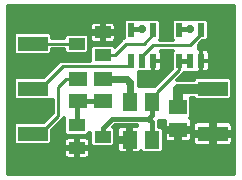
<source format=gtl>
G75*
%MOIN*%
%OFA0B0*%
%FSLAX25Y25*%
%IPPOS*%
%LPD*%
%AMOC8*
5,1,8,0,0,1.08239X$1,22.5*
%
%ADD10R,0.05118X0.05906*%
%ADD11R,0.05906X0.05118*%
%ADD12R,0.10000X0.05000*%
%ADD13R,0.05512X0.03937*%
%ADD14R,0.02165X0.04724*%
%ADD15C,0.01000*%
%ADD16C,0.01600*%
%ADD17C,0.02775*%
%ADD18C,0.03200*%
%ADD19C,0.02400*%
%ADD20C,0.01200*%
D10*
X0043860Y0021290D03*
X0051340Y0021290D03*
X0051340Y0033790D03*
X0043860Y0033790D03*
D11*
X0035100Y0034050D03*
X0026600Y0034050D03*
X0026600Y0041530D03*
X0035100Y0041530D03*
X0060100Y0032030D03*
X0060100Y0024550D03*
D12*
X0071600Y0023290D03*
X0071600Y0038290D03*
X0011600Y0038290D03*
X0011600Y0053290D03*
X0011600Y0023290D03*
D13*
X0026269Y0026030D03*
X0034931Y0022290D03*
X0026269Y0018550D03*
X0034931Y0049550D03*
X0026269Y0053290D03*
X0034931Y0057030D03*
D14*
X0044360Y0057908D03*
X0051840Y0057908D03*
X0060360Y0057908D03*
X0067840Y0057908D03*
X0067840Y0047672D03*
X0064100Y0047672D03*
X0060360Y0047672D03*
X0051840Y0047672D03*
X0048100Y0047672D03*
X0044360Y0047672D03*
D15*
X0044360Y0045790D01*
X0021600Y0045790D01*
X0014100Y0038290D01*
X0011600Y0038290D01*
X0020100Y0038790D02*
X0022840Y0041530D01*
X0026600Y0041530D01*
X0020100Y0038790D02*
X0020100Y0029290D01*
X0014100Y0023290D01*
X0011600Y0023290D01*
X0048100Y0047672D02*
X0048100Y0049290D01*
X0051600Y0052790D01*
X0064100Y0052790D01*
X0067840Y0056530D01*
X0067840Y0057908D01*
X0060360Y0047672D02*
X0060360Y0044550D01*
X0053100Y0037290D01*
X0053100Y0033790D01*
X0051340Y0033790D01*
X0038860Y0049550D02*
X0034931Y0049550D01*
X0038860Y0049550D02*
X0042600Y0053290D01*
X0048600Y0053290D01*
X0051840Y0056530D01*
X0051840Y0057908D01*
X0026269Y0053290D02*
X0011600Y0053290D01*
D16*
X0026269Y0034050D02*
X0026600Y0034050D01*
X0035100Y0034050D01*
X0026269Y0034050D02*
X0026269Y0026030D01*
X0034931Y0025121D02*
X0034931Y0022290D01*
X0034931Y0025121D02*
X0038100Y0028290D01*
X0050100Y0028290D01*
X0051340Y0029530D01*
X0051340Y0033790D01*
X0050100Y0028290D02*
X0051340Y0027050D01*
X0051340Y0021290D01*
X0060360Y0047672D02*
X0064100Y0047672D01*
X0064100Y0058290D02*
X0060360Y0058290D01*
X0060360Y0057908D01*
X0048100Y0058290D02*
X0044360Y0058290D01*
X0044360Y0057908D01*
D17*
X0048100Y0058290D03*
X0051600Y0063290D03*
X0041600Y0063290D03*
X0031600Y0063290D03*
X0021600Y0063290D03*
X0011600Y0063290D03*
X0011600Y0045790D03*
X0011600Y0030790D03*
X0011600Y0013290D03*
X0021600Y0013290D03*
X0031600Y0013290D03*
X0041600Y0013290D03*
X0051600Y0013290D03*
X0061600Y0013290D03*
X0071600Y0013290D03*
X0069100Y0030790D03*
X0074100Y0030790D03*
X0060100Y0038290D03*
X0051600Y0042290D03*
X0056100Y0047790D03*
X0044100Y0040290D03*
X0064100Y0058290D03*
X0061600Y0063290D03*
X0071600Y0063290D03*
X0074100Y0055790D03*
X0074100Y0045790D03*
D18*
X0071600Y0038290D02*
X0060100Y0038290D01*
X0060100Y0032030D01*
D19*
X0044100Y0033790D02*
X0044100Y0040290D01*
X0042860Y0041530D01*
X0035100Y0041530D01*
X0043860Y0033790D02*
X0044100Y0033790D01*
D20*
X0003200Y0009890D02*
X0003200Y0065745D01*
X0078740Y0065745D01*
X0078740Y0009890D01*
X0003200Y0009890D01*
X0003200Y0010687D02*
X0078740Y0010687D01*
X0078740Y0011886D02*
X0003200Y0011886D01*
X0003200Y0013084D02*
X0078740Y0013084D01*
X0078740Y0014283D02*
X0003200Y0014283D01*
X0003200Y0015481D02*
X0022351Y0015481D01*
X0022233Y0015599D02*
X0022531Y0015301D01*
X0022896Y0015091D01*
X0023303Y0014982D01*
X0025885Y0014982D01*
X0025885Y0018166D01*
X0021913Y0018166D01*
X0021913Y0016371D01*
X0022022Y0015964D01*
X0022233Y0015599D01*
X0021913Y0016680D02*
X0003200Y0016680D01*
X0003200Y0017878D02*
X0021913Y0017878D01*
X0021913Y0018934D02*
X0025885Y0018934D01*
X0025885Y0018166D01*
X0026654Y0018166D01*
X0026654Y0018934D01*
X0030625Y0018934D01*
X0030625Y0020729D01*
X0030516Y0021136D01*
X0030305Y0021501D01*
X0030008Y0021799D01*
X0029643Y0022010D01*
X0029236Y0022119D01*
X0026654Y0022119D01*
X0026654Y0018934D01*
X0025885Y0018934D01*
X0025885Y0022119D01*
X0023303Y0022119D01*
X0022896Y0022010D01*
X0022531Y0021799D01*
X0022233Y0021501D01*
X0022022Y0021136D01*
X0021913Y0020729D01*
X0021913Y0018934D01*
X0021913Y0019077D02*
X0003200Y0019077D01*
X0003200Y0020275D02*
X0005213Y0020275D01*
X0005213Y0020216D02*
X0006025Y0019403D01*
X0017175Y0019403D01*
X0017987Y0020216D01*
X0017987Y0024508D01*
X0020882Y0027403D01*
X0021882Y0028403D01*
X0022126Y0028403D01*
X0022126Y0023487D01*
X0022939Y0022675D01*
X0029600Y0022675D01*
X0030328Y0023403D01*
X0030787Y0023403D01*
X0030787Y0019747D01*
X0031600Y0018934D01*
X0038261Y0018934D01*
X0039074Y0019747D01*
X0039074Y0024833D01*
X0038405Y0025502D01*
X0039006Y0026103D01*
X0046213Y0026103D01*
X0046213Y0025843D01*
X0044460Y0025843D01*
X0044460Y0021890D01*
X0043260Y0021890D01*
X0043260Y0020690D01*
X0044460Y0020690D01*
X0044460Y0016738D01*
X0046630Y0016738D01*
X0047036Y0016847D01*
X0047401Y0017057D01*
X0047699Y0017355D01*
X0047737Y0017420D01*
X0048206Y0016950D01*
X0054474Y0016950D01*
X0055287Y0017763D01*
X0055287Y0024818D01*
X0054474Y0025630D01*
X0053528Y0025630D01*
X0053528Y0027403D01*
X0055570Y0027403D01*
X0055547Y0027320D01*
X0055547Y0025150D01*
X0059500Y0025150D01*
X0059500Y0023950D01*
X0060700Y0023950D01*
X0060700Y0020391D01*
X0063263Y0020391D01*
X0063670Y0020500D01*
X0064035Y0020711D01*
X0064333Y0021009D01*
X0064544Y0021373D01*
X0064653Y0021780D01*
X0064653Y0023950D01*
X0060700Y0023950D01*
X0060700Y0025150D01*
X0064653Y0025150D01*
X0064653Y0027320D01*
X0064544Y0027727D01*
X0064333Y0028092D01*
X0064035Y0028389D01*
X0063970Y0028427D01*
X0064440Y0028897D01*
X0064440Y0035164D01*
X0064301Y0035303D01*
X0065213Y0035303D01*
X0065213Y0035216D01*
X0066025Y0034403D01*
X0077175Y0034403D01*
X0077987Y0035216D01*
X0077987Y0041365D01*
X0077175Y0042178D01*
X0066025Y0042178D01*
X0065213Y0041365D01*
X0065213Y0041278D01*
X0059757Y0041278D01*
X0061142Y0042663D01*
X0061882Y0043403D01*
X0066675Y0043403D01*
X0066982Y0043710D01*
X0067840Y0043710D01*
X0067840Y0047672D01*
X0067840Y0047672D01*
X0067840Y0043710D01*
X0069133Y0043710D01*
X0069540Y0043819D01*
X0069905Y0044030D01*
X0070203Y0044328D01*
X0070414Y0044692D01*
X0070523Y0045099D01*
X0070523Y0047672D01*
X0067840Y0047672D01*
X0067840Y0051634D01*
X0066987Y0051634D01*
X0066987Y0053008D01*
X0068138Y0054159D01*
X0069498Y0054159D01*
X0070310Y0054971D01*
X0070310Y0060845D01*
X0069498Y0061658D01*
X0066194Y0061658D01*
X0066175Y0061678D01*
X0062025Y0061678D01*
X0062006Y0061658D01*
X0058702Y0061658D01*
X0057890Y0060845D01*
X0057890Y0054971D01*
X0058184Y0054678D01*
X0054016Y0054678D01*
X0054310Y0054971D01*
X0054310Y0060845D01*
X0053498Y0061658D01*
X0050194Y0061658D01*
X0050175Y0061678D01*
X0046025Y0061678D01*
X0046006Y0061658D01*
X0042702Y0061658D01*
X0041890Y0060845D01*
X0041890Y0055178D01*
X0041818Y0055178D01*
X0038904Y0052263D01*
X0038261Y0052906D01*
X0031600Y0052906D01*
X0030787Y0052093D01*
X0030787Y0047678D01*
X0020818Y0047678D01*
X0015318Y0042178D01*
X0006025Y0042178D01*
X0005213Y0041365D01*
X0005213Y0035216D01*
X0006025Y0034403D01*
X0018213Y0034403D01*
X0018213Y0030072D01*
X0015318Y0027178D01*
X0006025Y0027178D01*
X0005213Y0026365D01*
X0005213Y0020216D01*
X0005213Y0021474D02*
X0003200Y0021474D01*
X0003200Y0022672D02*
X0005213Y0022672D01*
X0005213Y0023871D02*
X0003200Y0023871D01*
X0003200Y0025069D02*
X0005213Y0025069D01*
X0005213Y0026268D02*
X0003200Y0026268D01*
X0003200Y0027466D02*
X0015607Y0027466D01*
X0016806Y0028665D02*
X0003200Y0028665D01*
X0003200Y0029863D02*
X0018004Y0029863D01*
X0018213Y0031062D02*
X0003200Y0031062D01*
X0003200Y0032260D02*
X0018213Y0032260D01*
X0018213Y0033459D02*
X0003200Y0033459D01*
X0003200Y0034658D02*
X0005771Y0034658D01*
X0005213Y0035856D02*
X0003200Y0035856D01*
X0003200Y0037055D02*
X0005213Y0037055D01*
X0005213Y0038253D02*
X0003200Y0038253D01*
X0003200Y0039452D02*
X0005213Y0039452D01*
X0005213Y0040650D02*
X0003200Y0040650D01*
X0003200Y0041849D02*
X0005696Y0041849D01*
X0003200Y0043047D02*
X0016188Y0043047D01*
X0017386Y0044246D02*
X0003200Y0044246D01*
X0003200Y0045444D02*
X0018585Y0045444D01*
X0019783Y0046643D02*
X0003200Y0046643D01*
X0003200Y0047841D02*
X0030787Y0047841D01*
X0030787Y0049040D02*
X0003200Y0049040D01*
X0003200Y0050238D02*
X0005213Y0050238D01*
X0005213Y0050216D02*
X0006025Y0049403D01*
X0017175Y0049403D01*
X0017987Y0050216D01*
X0017987Y0051403D01*
X0022126Y0051403D01*
X0022126Y0050747D01*
X0022939Y0049934D01*
X0029600Y0049934D01*
X0030413Y0050747D01*
X0030413Y0055833D01*
X0029600Y0056646D01*
X0022939Y0056646D01*
X0022126Y0055833D01*
X0022126Y0055178D01*
X0017987Y0055178D01*
X0017987Y0056365D01*
X0017175Y0057178D01*
X0006025Y0057178D01*
X0005213Y0056365D01*
X0005213Y0050216D01*
X0005213Y0051437D02*
X0003200Y0051437D01*
X0003200Y0052635D02*
X0005213Y0052635D01*
X0005213Y0053834D02*
X0003200Y0053834D01*
X0003200Y0055032D02*
X0005213Y0055032D01*
X0005213Y0056231D02*
X0003200Y0056231D01*
X0003200Y0057429D02*
X0030575Y0057429D01*
X0030575Y0057415D02*
X0030575Y0059210D01*
X0030684Y0059616D01*
X0030894Y0059981D01*
X0031192Y0060279D01*
X0031557Y0060490D01*
X0031964Y0060599D01*
X0034546Y0060599D01*
X0034546Y0057415D01*
X0034546Y0056646D01*
X0030575Y0056646D01*
X0030575Y0054851D01*
X0030684Y0054444D01*
X0030894Y0054079D01*
X0031192Y0053782D01*
X0031557Y0053571D01*
X0031964Y0053462D01*
X0034546Y0053462D01*
X0034546Y0056646D01*
X0035315Y0056646D01*
X0035315Y0053462D01*
X0037897Y0053462D01*
X0038304Y0053571D01*
X0038669Y0053782D01*
X0038967Y0054079D01*
X0039178Y0054444D01*
X0039287Y0054851D01*
X0039287Y0056646D01*
X0035315Y0056646D01*
X0035315Y0057415D01*
X0034546Y0057415D01*
X0030575Y0057415D01*
X0030575Y0056231D02*
X0030015Y0056231D01*
X0030413Y0055032D02*
X0030575Y0055032D01*
X0030413Y0053834D02*
X0031140Y0053834D01*
X0031329Y0052635D02*
X0030413Y0052635D01*
X0030413Y0051437D02*
X0030787Y0051437D01*
X0030787Y0050238D02*
X0029904Y0050238D01*
X0034546Y0053834D02*
X0035315Y0053834D01*
X0035315Y0055032D02*
X0034546Y0055032D01*
X0034546Y0056231D02*
X0035315Y0056231D01*
X0035315Y0057415D02*
X0039287Y0057415D01*
X0039287Y0059210D01*
X0039178Y0059616D01*
X0038967Y0059981D01*
X0038669Y0060279D01*
X0038304Y0060490D01*
X0037897Y0060599D01*
X0035315Y0060599D01*
X0035315Y0057415D01*
X0035315Y0057429D02*
X0034546Y0057429D01*
X0034546Y0058628D02*
X0035315Y0058628D01*
X0035315Y0059826D02*
X0034546Y0059826D01*
X0039056Y0059826D02*
X0041890Y0059826D01*
X0041890Y0058628D02*
X0039287Y0058628D01*
X0039287Y0057429D02*
X0041890Y0057429D01*
X0041890Y0056231D02*
X0039287Y0056231D01*
X0039287Y0055032D02*
X0041673Y0055032D01*
X0040474Y0053834D02*
X0038721Y0053834D01*
X0038532Y0052635D02*
X0039276Y0052635D01*
X0030575Y0058628D02*
X0003200Y0058628D01*
X0003200Y0059826D02*
X0030805Y0059826D01*
X0022523Y0056231D02*
X0017987Y0056231D01*
X0017987Y0050238D02*
X0022635Y0050238D01*
X0003200Y0061025D02*
X0042069Y0061025D01*
X0054131Y0061025D02*
X0058069Y0061025D01*
X0057890Y0059826D02*
X0054310Y0059826D01*
X0054310Y0058628D02*
X0057890Y0058628D01*
X0057890Y0057429D02*
X0054310Y0057429D01*
X0054310Y0056231D02*
X0057890Y0056231D01*
X0057890Y0055032D02*
X0054310Y0055032D01*
X0054269Y0050903D02*
X0058184Y0050903D01*
X0057890Y0050609D01*
X0057890Y0044749D01*
X0052318Y0039178D01*
X0046987Y0039178D01*
X0046987Y0043923D01*
X0049757Y0043923D01*
X0049832Y0043997D01*
X0050140Y0043819D01*
X0050547Y0043710D01*
X0051840Y0043710D01*
X0051840Y0047672D01*
X0051840Y0047672D01*
X0051840Y0043710D01*
X0053133Y0043710D01*
X0053540Y0043819D01*
X0053905Y0044030D01*
X0054203Y0044328D01*
X0054414Y0044692D01*
X0054523Y0045099D01*
X0054523Y0047672D01*
X0051840Y0047672D01*
X0051840Y0047672D01*
X0054523Y0047672D01*
X0054523Y0050245D01*
X0054414Y0050652D01*
X0054269Y0050903D01*
X0054523Y0050238D02*
X0057890Y0050238D01*
X0057890Y0049040D02*
X0054523Y0049040D01*
X0054523Y0047841D02*
X0057890Y0047841D01*
X0057890Y0046643D02*
X0054523Y0046643D01*
X0054523Y0045444D02*
X0057890Y0045444D01*
X0057386Y0044246D02*
X0054121Y0044246D01*
X0051840Y0044246D02*
X0051840Y0044246D01*
X0051840Y0045444D02*
X0051840Y0045444D01*
X0051840Y0046643D02*
X0051840Y0046643D01*
X0056188Y0043047D02*
X0046987Y0043047D01*
X0046987Y0041849D02*
X0054989Y0041849D01*
X0053791Y0040650D02*
X0046987Y0040650D01*
X0046987Y0039452D02*
X0052592Y0039452D01*
X0060327Y0041849D02*
X0065696Y0041849D01*
X0067840Y0044246D02*
X0067840Y0044246D01*
X0067840Y0045444D02*
X0067840Y0045444D01*
X0067840Y0046643D02*
X0067840Y0046643D01*
X0067840Y0047672D02*
X0067840Y0047672D01*
X0067840Y0047672D01*
X0067840Y0051634D01*
X0069133Y0051634D01*
X0069540Y0051525D01*
X0069905Y0051315D01*
X0070203Y0051017D01*
X0070414Y0050652D01*
X0070523Y0050245D01*
X0070523Y0047672D01*
X0067840Y0047672D01*
X0067840Y0047841D02*
X0067840Y0047841D01*
X0067840Y0049040D02*
X0067840Y0049040D01*
X0067840Y0050238D02*
X0067840Y0050238D01*
X0067840Y0051437D02*
X0067840Y0051437D01*
X0066987Y0052635D02*
X0078740Y0052635D01*
X0078740Y0051437D02*
X0069694Y0051437D01*
X0070523Y0050238D02*
X0078740Y0050238D01*
X0078740Y0049040D02*
X0070523Y0049040D01*
X0070523Y0047841D02*
X0078740Y0047841D01*
X0078740Y0046643D02*
X0070523Y0046643D01*
X0070523Y0045444D02*
X0078740Y0045444D01*
X0078740Y0044246D02*
X0070121Y0044246D01*
X0077504Y0041849D02*
X0078740Y0041849D01*
X0078740Y0040650D02*
X0077987Y0040650D01*
X0077987Y0039452D02*
X0078740Y0039452D01*
X0078740Y0038253D02*
X0077987Y0038253D01*
X0077987Y0037055D02*
X0078740Y0037055D01*
X0078740Y0035856D02*
X0077987Y0035856D01*
X0077429Y0034658D02*
X0078740Y0034658D01*
X0078740Y0033459D02*
X0064440Y0033459D01*
X0064440Y0034658D02*
X0065771Y0034658D01*
X0064440Y0032260D02*
X0078740Y0032260D01*
X0078740Y0031062D02*
X0064440Y0031062D01*
X0064440Y0029863D02*
X0078740Y0029863D01*
X0078740Y0028665D02*
X0064208Y0028665D01*
X0064613Y0027466D02*
X0078740Y0027466D01*
X0077880Y0026773D02*
X0078091Y0026408D01*
X0078200Y0026001D01*
X0078200Y0023890D01*
X0072200Y0023890D01*
X0072200Y0022690D01*
X0072200Y0019190D01*
X0076811Y0019190D01*
X0077218Y0019299D01*
X0077582Y0019510D01*
X0077880Y0019808D01*
X0078091Y0020173D01*
X0078200Y0020580D01*
X0078200Y0022690D01*
X0072200Y0022690D01*
X0071000Y0022690D01*
X0071000Y0019190D01*
X0066389Y0019190D01*
X0065982Y0019299D01*
X0065618Y0019510D01*
X0065320Y0019808D01*
X0065109Y0020173D01*
X0065000Y0020580D01*
X0065000Y0022690D01*
X0071000Y0022690D01*
X0071000Y0023890D01*
X0065000Y0023890D01*
X0065000Y0026001D01*
X0065109Y0026408D01*
X0065320Y0026773D01*
X0065618Y0027071D01*
X0065982Y0027281D01*
X0066389Y0027390D01*
X0071000Y0027390D01*
X0071000Y0023890D01*
X0072200Y0023890D01*
X0072200Y0027390D01*
X0076811Y0027390D01*
X0077218Y0027281D01*
X0077582Y0027071D01*
X0077880Y0026773D01*
X0078128Y0026268D02*
X0078740Y0026268D01*
X0078740Y0025069D02*
X0078200Y0025069D01*
X0078740Y0023871D02*
X0072200Y0023871D01*
X0072200Y0025069D02*
X0071000Y0025069D01*
X0071000Y0023871D02*
X0064653Y0023871D01*
X0065000Y0025069D02*
X0060700Y0025069D01*
X0060700Y0023871D02*
X0059500Y0023871D01*
X0059500Y0023950D02*
X0059500Y0020391D01*
X0056937Y0020391D01*
X0056530Y0020500D01*
X0056165Y0020711D01*
X0055867Y0021009D01*
X0055656Y0021373D01*
X0055547Y0021780D01*
X0055547Y0023950D01*
X0059500Y0023950D01*
X0059500Y0025069D02*
X0055035Y0025069D01*
X0055287Y0023871D02*
X0055547Y0023871D01*
X0055547Y0022672D02*
X0055287Y0022672D01*
X0055287Y0021474D02*
X0055629Y0021474D01*
X0055287Y0020275D02*
X0065082Y0020275D01*
X0065000Y0021474D02*
X0064571Y0021474D01*
X0064653Y0022672D02*
X0065000Y0022672D01*
X0060700Y0022672D02*
X0059500Y0022672D01*
X0059500Y0021474D02*
X0060700Y0021474D01*
X0055287Y0019077D02*
X0078740Y0019077D01*
X0078740Y0017878D02*
X0055287Y0017878D01*
X0044460Y0017878D02*
X0043260Y0017878D01*
X0043260Y0019077D02*
X0044460Y0019077D01*
X0044460Y0020275D02*
X0043260Y0020275D01*
X0043260Y0020690D02*
X0043260Y0016738D01*
X0041090Y0016738D01*
X0040683Y0016847D01*
X0040318Y0017057D01*
X0040020Y0017355D01*
X0039810Y0017720D01*
X0039701Y0018127D01*
X0039701Y0020690D01*
X0043260Y0020690D01*
X0043260Y0021474D02*
X0039074Y0021474D01*
X0039701Y0021890D02*
X0043260Y0021890D01*
X0043260Y0025843D01*
X0041090Y0025843D01*
X0040683Y0025734D01*
X0040318Y0025523D01*
X0040020Y0025225D01*
X0039810Y0024861D01*
X0039701Y0024454D01*
X0039701Y0021890D01*
X0039701Y0022672D02*
X0039074Y0022672D01*
X0039074Y0023871D02*
X0039701Y0023871D01*
X0039930Y0025069D02*
X0038838Y0025069D01*
X0043260Y0025069D02*
X0044460Y0025069D01*
X0044460Y0023871D02*
X0043260Y0023871D01*
X0043260Y0022672D02*
X0044460Y0022672D01*
X0039701Y0020275D02*
X0039074Y0020275D01*
X0039701Y0019077D02*
X0038404Y0019077D01*
X0039767Y0017878D02*
X0030625Y0017878D01*
X0030625Y0018166D02*
X0030625Y0016371D01*
X0030516Y0015964D01*
X0030305Y0015599D01*
X0030008Y0015301D01*
X0029643Y0015091D01*
X0029236Y0014982D01*
X0026654Y0014982D01*
X0026654Y0018166D01*
X0030625Y0018166D01*
X0030625Y0019077D02*
X0031458Y0019077D01*
X0030787Y0020275D02*
X0030625Y0020275D01*
X0030787Y0021474D02*
X0030321Y0021474D01*
X0030787Y0022672D02*
X0017987Y0022672D01*
X0017987Y0021474D02*
X0022217Y0021474D01*
X0021913Y0020275D02*
X0017987Y0020275D01*
X0017987Y0023871D02*
X0022126Y0023871D01*
X0022126Y0025069D02*
X0018548Y0025069D01*
X0019747Y0026268D02*
X0022126Y0026268D01*
X0022126Y0027466D02*
X0020945Y0027466D01*
X0025885Y0021474D02*
X0026654Y0021474D01*
X0026654Y0020275D02*
X0025885Y0020275D01*
X0025885Y0019077D02*
X0026654Y0019077D01*
X0026654Y0017878D02*
X0025885Y0017878D01*
X0025885Y0016680D02*
X0026654Y0016680D01*
X0026654Y0015481D02*
X0025885Y0015481D01*
X0030188Y0015481D02*
X0078740Y0015481D01*
X0078740Y0016680D02*
X0030625Y0016680D01*
X0053528Y0026268D02*
X0055547Y0026268D01*
X0064653Y0026268D02*
X0065072Y0026268D01*
X0071000Y0026268D02*
X0072200Y0026268D01*
X0072200Y0022672D02*
X0071000Y0022672D01*
X0071000Y0021474D02*
X0072200Y0021474D01*
X0072200Y0020275D02*
X0071000Y0020275D01*
X0078118Y0020275D02*
X0078740Y0020275D01*
X0078740Y0021474D02*
X0078200Y0021474D01*
X0078200Y0022672D02*
X0078740Y0022672D01*
X0078740Y0043047D02*
X0061526Y0043047D01*
X0067813Y0053834D02*
X0078740Y0053834D01*
X0078740Y0055032D02*
X0070310Y0055032D01*
X0070310Y0056231D02*
X0078740Y0056231D01*
X0078740Y0057429D02*
X0070310Y0057429D01*
X0070310Y0058628D02*
X0078740Y0058628D01*
X0078740Y0059826D02*
X0070310Y0059826D01*
X0070131Y0061025D02*
X0078740Y0061025D01*
X0078740Y0062223D02*
X0003200Y0062223D01*
X0003200Y0063422D02*
X0078740Y0063422D01*
X0078740Y0064620D02*
X0003200Y0064620D01*
M02*

</source>
